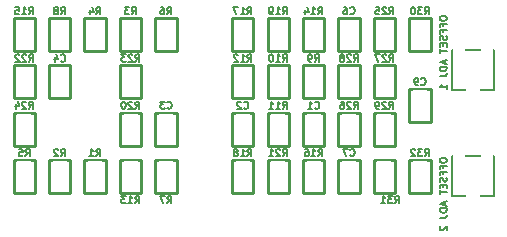
<source format=gbo>
%FSLAX34Y34*%
G04 Gerber Fmt 3.4, Leading zero omitted, Abs format*
G04 (created by PCBNEW (2014-02-02 BZR 4653)-product) date 2014-03-31 11:22:45 AM*
%MOIN*%
G01*
G70*
G90*
G04 APERTURE LIST*
%ADD10C,0.005906*%
%ADD11C,0.006000*%
%ADD12C,0.010000*%
%ADD13R,0.045000X0.032000*%
%ADD14O,0.053150X0.157480*%
%ADD15R,0.039370X0.049213*%
%ADD16R,0.047244X0.049213*%
G04 APERTURE END LIST*
G54D10*
G54D11*
X35892Y-45105D02*
X35892Y-45151D01*
X35903Y-45174D01*
X35926Y-45196D01*
X35972Y-45208D01*
X36052Y-45208D01*
X36097Y-45196D01*
X36120Y-45174D01*
X36132Y-45151D01*
X36132Y-45105D01*
X36120Y-45082D01*
X36097Y-45059D01*
X36052Y-45048D01*
X35972Y-45048D01*
X35926Y-45059D01*
X35903Y-45082D01*
X35892Y-45105D01*
X36006Y-45391D02*
X36006Y-45311D01*
X36132Y-45311D02*
X35892Y-45311D01*
X35892Y-45425D01*
X36006Y-45596D02*
X36006Y-45516D01*
X36132Y-45516D02*
X35892Y-45516D01*
X35892Y-45631D01*
X36120Y-45711D02*
X36132Y-45745D01*
X36132Y-45802D01*
X36120Y-45825D01*
X36109Y-45836D01*
X36086Y-45848D01*
X36063Y-45848D01*
X36040Y-45836D01*
X36029Y-45825D01*
X36017Y-45802D01*
X36006Y-45756D01*
X35995Y-45734D01*
X35983Y-45722D01*
X35960Y-45711D01*
X35937Y-45711D01*
X35915Y-45722D01*
X35903Y-45734D01*
X35892Y-45756D01*
X35892Y-45814D01*
X35903Y-45848D01*
X36006Y-45951D02*
X36006Y-46031D01*
X36132Y-46065D02*
X36132Y-45951D01*
X35892Y-45951D01*
X35892Y-46065D01*
X35892Y-46134D02*
X35892Y-46271D01*
X36132Y-46202D02*
X35892Y-46202D01*
X36063Y-46522D02*
X36063Y-46636D01*
X36132Y-46499D02*
X35892Y-46579D01*
X36132Y-46659D01*
X36132Y-46739D02*
X35892Y-46739D01*
X35892Y-46796D01*
X35903Y-46831D01*
X35926Y-46854D01*
X35949Y-46865D01*
X35995Y-46876D01*
X36029Y-46876D01*
X36075Y-46865D01*
X36097Y-46854D01*
X36120Y-46831D01*
X36132Y-46796D01*
X36132Y-46739D01*
X35892Y-47048D02*
X36063Y-47048D01*
X36097Y-47036D01*
X36120Y-47014D01*
X36132Y-46979D01*
X36132Y-46956D01*
X35915Y-47334D02*
X35903Y-47345D01*
X35892Y-47368D01*
X35892Y-47425D01*
X35903Y-47448D01*
X35915Y-47459D01*
X35937Y-47471D01*
X35960Y-47471D01*
X35995Y-47459D01*
X36132Y-47322D01*
X36132Y-47471D01*
X35892Y-40381D02*
X35892Y-40426D01*
X35903Y-40449D01*
X35926Y-40472D01*
X35972Y-40484D01*
X36052Y-40484D01*
X36097Y-40472D01*
X36120Y-40449D01*
X36132Y-40426D01*
X36132Y-40381D01*
X36120Y-40358D01*
X36097Y-40335D01*
X36052Y-40324D01*
X35972Y-40324D01*
X35926Y-40335D01*
X35903Y-40358D01*
X35892Y-40381D01*
X36006Y-40666D02*
X36006Y-40586D01*
X36132Y-40586D02*
X35892Y-40586D01*
X35892Y-40701D01*
X36006Y-40872D02*
X36006Y-40792D01*
X36132Y-40792D02*
X35892Y-40792D01*
X35892Y-40906D01*
X36120Y-40986D02*
X36132Y-41021D01*
X36132Y-41078D01*
X36120Y-41101D01*
X36109Y-41112D01*
X36086Y-41124D01*
X36063Y-41124D01*
X36040Y-41112D01*
X36029Y-41101D01*
X36017Y-41078D01*
X36006Y-41032D01*
X35995Y-41009D01*
X35983Y-40998D01*
X35960Y-40986D01*
X35937Y-40986D01*
X35915Y-40998D01*
X35903Y-41009D01*
X35892Y-41032D01*
X35892Y-41089D01*
X35903Y-41124D01*
X36006Y-41226D02*
X36006Y-41306D01*
X36132Y-41341D02*
X36132Y-41226D01*
X35892Y-41226D01*
X35892Y-41341D01*
X35892Y-41409D02*
X35892Y-41546D01*
X36132Y-41478D02*
X35892Y-41478D01*
X36063Y-41798D02*
X36063Y-41912D01*
X36132Y-41775D02*
X35892Y-41855D01*
X36132Y-41935D01*
X36132Y-42015D02*
X35892Y-42015D01*
X35892Y-42072D01*
X35903Y-42106D01*
X35926Y-42129D01*
X35949Y-42141D01*
X35995Y-42152D01*
X36029Y-42152D01*
X36075Y-42141D01*
X36097Y-42129D01*
X36120Y-42106D01*
X36132Y-42072D01*
X36132Y-42015D01*
X35892Y-42324D02*
X36063Y-42324D01*
X36097Y-42312D01*
X36120Y-42289D01*
X36132Y-42255D01*
X36132Y-42232D01*
X36132Y-42746D02*
X36132Y-42609D01*
X36132Y-42678D02*
X35892Y-42678D01*
X35926Y-42655D01*
X35949Y-42632D01*
X35960Y-42609D01*
G54D12*
X30157Y-43070D02*
X30157Y-41968D01*
X30157Y-41968D02*
X30866Y-41968D01*
X30866Y-41968D02*
X30866Y-43070D01*
X30866Y-43070D02*
X30157Y-43070D01*
X25236Y-44645D02*
X25236Y-43543D01*
X25236Y-43543D02*
X25944Y-43543D01*
X25944Y-43543D02*
X25944Y-44645D01*
X25944Y-44645D02*
X25236Y-44645D01*
X27125Y-43543D02*
X27125Y-44645D01*
X27125Y-44645D02*
X26417Y-44645D01*
X26417Y-44645D02*
X26417Y-43543D01*
X26417Y-43543D02*
X27125Y-43543D01*
X25236Y-43070D02*
X25236Y-41968D01*
X25236Y-41968D02*
X25944Y-41968D01*
X25944Y-41968D02*
X25944Y-43070D01*
X25944Y-43070D02*
X25236Y-43070D01*
X34409Y-45118D02*
X34409Y-46220D01*
X34409Y-46220D02*
X33700Y-46220D01*
X33700Y-46220D02*
X33700Y-45118D01*
X33700Y-45118D02*
X34409Y-45118D01*
X34409Y-43543D02*
X34409Y-44645D01*
X34409Y-44645D02*
X33700Y-44645D01*
X33700Y-44645D02*
X33700Y-43543D01*
X33700Y-43543D02*
X34409Y-43543D01*
X33700Y-41496D02*
X33700Y-40393D01*
X33700Y-40393D02*
X34409Y-40393D01*
X34409Y-40393D02*
X34409Y-41496D01*
X34409Y-41496D02*
X33700Y-41496D01*
X32519Y-41496D02*
X32519Y-40393D01*
X32519Y-40393D02*
X33228Y-40393D01*
X33228Y-40393D02*
X33228Y-41496D01*
X33228Y-41496D02*
X32519Y-41496D01*
X34409Y-41968D02*
X34409Y-43070D01*
X34409Y-43070D02*
X33700Y-43070D01*
X33700Y-43070D02*
X33700Y-41968D01*
X33700Y-41968D02*
X34409Y-41968D01*
X21692Y-46220D02*
X21692Y-45118D01*
X21692Y-45118D02*
X22401Y-45118D01*
X22401Y-45118D02*
X22401Y-46220D01*
X22401Y-46220D02*
X21692Y-46220D01*
X31338Y-43070D02*
X31338Y-41968D01*
X31338Y-41968D02*
X32047Y-41968D01*
X32047Y-41968D02*
X32047Y-43070D01*
X32047Y-43070D02*
X31338Y-43070D01*
X31338Y-41496D02*
X31338Y-40393D01*
X31338Y-40393D02*
X32047Y-40393D01*
X32047Y-40393D02*
X32047Y-41496D01*
X32047Y-41496D02*
X31338Y-41496D01*
X25236Y-46220D02*
X25236Y-45118D01*
X25236Y-45118D02*
X25944Y-45118D01*
X25944Y-45118D02*
X25944Y-46220D01*
X25944Y-46220D02*
X25236Y-46220D01*
X27125Y-45118D02*
X27125Y-46220D01*
X27125Y-46220D02*
X26417Y-46220D01*
X26417Y-46220D02*
X26417Y-45118D01*
X26417Y-45118D02*
X27125Y-45118D01*
X24055Y-46220D02*
X24055Y-45118D01*
X24055Y-45118D02*
X24763Y-45118D01*
X24763Y-45118D02*
X24763Y-46220D01*
X24763Y-46220D02*
X24055Y-46220D01*
X22874Y-46220D02*
X22874Y-45118D01*
X22874Y-45118D02*
X23582Y-45118D01*
X23582Y-45118D02*
X23582Y-46220D01*
X23582Y-46220D02*
X22874Y-46220D01*
X35590Y-42755D02*
X35590Y-43858D01*
X35590Y-43858D02*
X34881Y-43858D01*
X34881Y-43858D02*
X34881Y-42755D01*
X34881Y-42755D02*
X35590Y-42755D01*
X28976Y-44645D02*
X28976Y-43543D01*
X28976Y-43543D02*
X29685Y-43543D01*
X29685Y-43543D02*
X29685Y-44645D01*
X29685Y-44645D02*
X28976Y-44645D01*
X28976Y-41496D02*
X28976Y-40393D01*
X28976Y-40393D02*
X29685Y-40393D01*
X29685Y-40393D02*
X29685Y-41496D01*
X29685Y-41496D02*
X28976Y-41496D01*
X30866Y-45118D02*
X30866Y-46220D01*
X30866Y-46220D02*
X30157Y-46220D01*
X30157Y-46220D02*
X30157Y-45118D01*
X30157Y-45118D02*
X30866Y-45118D01*
X29685Y-45118D02*
X29685Y-46220D01*
X29685Y-46220D02*
X28976Y-46220D01*
X28976Y-46220D02*
X28976Y-45118D01*
X28976Y-45118D02*
X29685Y-45118D01*
X31338Y-46220D02*
X31338Y-45118D01*
X31338Y-45118D02*
X32047Y-45118D01*
X32047Y-45118D02*
X32047Y-46220D01*
X32047Y-46220D02*
X31338Y-46220D01*
X30866Y-43543D02*
X30866Y-44645D01*
X30866Y-44645D02*
X30157Y-44645D01*
X30157Y-44645D02*
X30157Y-43543D01*
X30157Y-43543D02*
X30866Y-43543D01*
X29685Y-41968D02*
X29685Y-43070D01*
X29685Y-43070D02*
X28976Y-43070D01*
X28976Y-43070D02*
X28976Y-41968D01*
X28976Y-41968D02*
X29685Y-41968D01*
X32519Y-43070D02*
X32519Y-41968D01*
X32519Y-41968D02*
X33228Y-41968D01*
X33228Y-41968D02*
X33228Y-43070D01*
X33228Y-43070D02*
X32519Y-43070D01*
X33228Y-45118D02*
X33228Y-46220D01*
X33228Y-46220D02*
X32519Y-46220D01*
X32519Y-46220D02*
X32519Y-45118D01*
X32519Y-45118D02*
X33228Y-45118D01*
X32519Y-44645D02*
X32519Y-43543D01*
X32519Y-43543D02*
X33228Y-43543D01*
X33228Y-43543D02*
X33228Y-44645D01*
X33228Y-44645D02*
X32519Y-44645D01*
X34881Y-41496D02*
X34881Y-40393D01*
X34881Y-40393D02*
X35590Y-40393D01*
X35590Y-40393D02*
X35590Y-41496D01*
X35590Y-41496D02*
X34881Y-41496D01*
X35590Y-45118D02*
X35590Y-46220D01*
X35590Y-46220D02*
X34881Y-46220D01*
X34881Y-46220D02*
X34881Y-45118D01*
X34881Y-45118D02*
X35590Y-45118D01*
X22401Y-43543D02*
X22401Y-44645D01*
X22401Y-44645D02*
X21692Y-44645D01*
X21692Y-44645D02*
X21692Y-43543D01*
X21692Y-43543D02*
X22401Y-43543D01*
X22874Y-43070D02*
X22874Y-41968D01*
X22874Y-41968D02*
X23582Y-41968D01*
X23582Y-41968D02*
X23582Y-43070D01*
X23582Y-43070D02*
X22874Y-43070D01*
X22401Y-41968D02*
X22401Y-43070D01*
X22401Y-43070D02*
X21692Y-43070D01*
X21692Y-43070D02*
X21692Y-41968D01*
X21692Y-41968D02*
X22401Y-41968D01*
X22401Y-40393D02*
X22401Y-41496D01*
X22401Y-41496D02*
X21692Y-41496D01*
X21692Y-41496D02*
X21692Y-40393D01*
X21692Y-40393D02*
X22401Y-40393D01*
X22874Y-41496D02*
X22874Y-40393D01*
X22874Y-40393D02*
X23582Y-40393D01*
X23582Y-40393D02*
X23582Y-41496D01*
X23582Y-41496D02*
X22874Y-41496D01*
X27125Y-40393D02*
X27125Y-41496D01*
X27125Y-41496D02*
X26417Y-41496D01*
X26417Y-41496D02*
X26417Y-40393D01*
X26417Y-40393D02*
X27125Y-40393D01*
X25236Y-41496D02*
X25236Y-40393D01*
X25236Y-40393D02*
X25944Y-40393D01*
X25944Y-40393D02*
X25944Y-41496D01*
X25944Y-41496D02*
X25236Y-41496D01*
X24055Y-41496D02*
X24055Y-40393D01*
X24055Y-40393D02*
X24763Y-40393D01*
X24763Y-40393D02*
X24763Y-41496D01*
X24763Y-41496D02*
X24055Y-41496D01*
X31338Y-44645D02*
X31338Y-43543D01*
X31338Y-43543D02*
X32047Y-43543D01*
X32047Y-43543D02*
X32047Y-44645D01*
X32047Y-44645D02*
X31338Y-44645D01*
X30157Y-41496D02*
X30157Y-40393D01*
X30157Y-40393D02*
X30866Y-40393D01*
X30866Y-40393D02*
X30866Y-41496D01*
X30866Y-41496D02*
X30157Y-41496D01*
G54D10*
X37716Y-42125D02*
X37716Y-42795D01*
X37716Y-42795D02*
X36299Y-42795D01*
X36299Y-42795D02*
X36299Y-41456D01*
X36299Y-41456D02*
X37716Y-41456D01*
X37716Y-41456D02*
X37716Y-42125D01*
X37716Y-45669D02*
X37716Y-46338D01*
X37716Y-46338D02*
X36299Y-46338D01*
X36299Y-46338D02*
X36299Y-45000D01*
X36299Y-45000D02*
X37716Y-45000D01*
X37716Y-45000D02*
X37716Y-45669D01*
G54D11*
X30666Y-41840D02*
X30746Y-41726D01*
X30803Y-41840D02*
X30803Y-41600D01*
X30711Y-41600D01*
X30688Y-41612D01*
X30677Y-41623D01*
X30666Y-41646D01*
X30666Y-41680D01*
X30677Y-41703D01*
X30688Y-41715D01*
X30711Y-41726D01*
X30803Y-41726D01*
X30437Y-41840D02*
X30574Y-41840D01*
X30506Y-41840D02*
X30506Y-41600D01*
X30528Y-41635D01*
X30551Y-41657D01*
X30574Y-41669D01*
X30288Y-41600D02*
X30266Y-41600D01*
X30243Y-41612D01*
X30231Y-41623D01*
X30220Y-41646D01*
X30208Y-41692D01*
X30208Y-41749D01*
X30220Y-41795D01*
X30231Y-41817D01*
X30243Y-41829D01*
X30266Y-41840D01*
X30288Y-41840D01*
X30311Y-41829D01*
X30323Y-41817D01*
X30334Y-41795D01*
X30346Y-41749D01*
X30346Y-41692D01*
X30334Y-41646D01*
X30323Y-41623D01*
X30311Y-41612D01*
X30288Y-41600D01*
X25744Y-43415D02*
X25824Y-43301D01*
X25881Y-43415D02*
X25881Y-43175D01*
X25790Y-43175D01*
X25767Y-43187D01*
X25756Y-43198D01*
X25744Y-43221D01*
X25744Y-43255D01*
X25756Y-43278D01*
X25767Y-43289D01*
X25790Y-43301D01*
X25881Y-43301D01*
X25653Y-43198D02*
X25641Y-43187D01*
X25619Y-43175D01*
X25561Y-43175D01*
X25539Y-43187D01*
X25527Y-43198D01*
X25516Y-43221D01*
X25516Y-43244D01*
X25527Y-43278D01*
X25664Y-43415D01*
X25516Y-43415D01*
X25367Y-43175D02*
X25344Y-43175D01*
X25321Y-43187D01*
X25310Y-43198D01*
X25299Y-43221D01*
X25287Y-43267D01*
X25287Y-43324D01*
X25299Y-43369D01*
X25310Y-43392D01*
X25321Y-43404D01*
X25344Y-43415D01*
X25367Y-43415D01*
X25390Y-43404D01*
X25401Y-43392D01*
X25413Y-43369D01*
X25424Y-43324D01*
X25424Y-43267D01*
X25413Y-43221D01*
X25401Y-43198D01*
X25390Y-43187D01*
X25367Y-43175D01*
X26811Y-43392D02*
X26823Y-43404D01*
X26857Y-43415D01*
X26880Y-43415D01*
X26914Y-43404D01*
X26937Y-43381D01*
X26948Y-43358D01*
X26960Y-43312D01*
X26960Y-43278D01*
X26948Y-43232D01*
X26937Y-43209D01*
X26914Y-43187D01*
X26880Y-43175D01*
X26857Y-43175D01*
X26823Y-43187D01*
X26811Y-43198D01*
X26731Y-43175D02*
X26583Y-43175D01*
X26663Y-43267D01*
X26628Y-43267D01*
X26605Y-43278D01*
X26594Y-43289D01*
X26583Y-43312D01*
X26583Y-43369D01*
X26594Y-43392D01*
X26605Y-43404D01*
X26628Y-43415D01*
X26697Y-43415D01*
X26720Y-43404D01*
X26731Y-43392D01*
X25744Y-41840D02*
X25824Y-41726D01*
X25881Y-41840D02*
X25881Y-41600D01*
X25790Y-41600D01*
X25767Y-41612D01*
X25756Y-41623D01*
X25744Y-41646D01*
X25744Y-41680D01*
X25756Y-41703D01*
X25767Y-41715D01*
X25790Y-41726D01*
X25881Y-41726D01*
X25653Y-41623D02*
X25641Y-41612D01*
X25619Y-41600D01*
X25561Y-41600D01*
X25539Y-41612D01*
X25527Y-41623D01*
X25516Y-41646D01*
X25516Y-41669D01*
X25527Y-41703D01*
X25664Y-41840D01*
X25516Y-41840D01*
X25436Y-41600D02*
X25287Y-41600D01*
X25367Y-41692D01*
X25333Y-41692D01*
X25310Y-41703D01*
X25299Y-41715D01*
X25287Y-41737D01*
X25287Y-41795D01*
X25299Y-41817D01*
X25310Y-41829D01*
X25333Y-41840D01*
X25401Y-41840D01*
X25424Y-41829D01*
X25436Y-41817D01*
X34406Y-46565D02*
X34486Y-46450D01*
X34543Y-46565D02*
X34543Y-46325D01*
X34451Y-46325D01*
X34429Y-46336D01*
X34417Y-46348D01*
X34406Y-46370D01*
X34406Y-46405D01*
X34417Y-46428D01*
X34429Y-46439D01*
X34451Y-46450D01*
X34543Y-46450D01*
X34326Y-46325D02*
X34177Y-46325D01*
X34257Y-46416D01*
X34223Y-46416D01*
X34200Y-46428D01*
X34189Y-46439D01*
X34177Y-46462D01*
X34177Y-46519D01*
X34189Y-46542D01*
X34200Y-46553D01*
X34223Y-46565D01*
X34291Y-46565D01*
X34314Y-46553D01*
X34326Y-46542D01*
X33949Y-46565D02*
X34086Y-46565D01*
X34017Y-46565D02*
X34017Y-46325D01*
X34040Y-46359D01*
X34063Y-46382D01*
X34086Y-46393D01*
X34209Y-43415D02*
X34289Y-43301D01*
X34346Y-43415D02*
X34346Y-43175D01*
X34255Y-43175D01*
X34232Y-43187D01*
X34220Y-43198D01*
X34209Y-43221D01*
X34209Y-43255D01*
X34220Y-43278D01*
X34232Y-43289D01*
X34255Y-43301D01*
X34346Y-43301D01*
X34117Y-43198D02*
X34106Y-43187D01*
X34083Y-43175D01*
X34026Y-43175D01*
X34003Y-43187D01*
X33992Y-43198D01*
X33980Y-43221D01*
X33980Y-43244D01*
X33992Y-43278D01*
X34129Y-43415D01*
X33980Y-43415D01*
X33866Y-43415D02*
X33820Y-43415D01*
X33797Y-43404D01*
X33786Y-43392D01*
X33763Y-43358D01*
X33752Y-43312D01*
X33752Y-43221D01*
X33763Y-43198D01*
X33775Y-43187D01*
X33797Y-43175D01*
X33843Y-43175D01*
X33866Y-43187D01*
X33877Y-43198D01*
X33889Y-43221D01*
X33889Y-43278D01*
X33877Y-43301D01*
X33866Y-43312D01*
X33843Y-43324D01*
X33797Y-43324D01*
X33775Y-43312D01*
X33763Y-43301D01*
X33752Y-43278D01*
X34209Y-40266D02*
X34289Y-40151D01*
X34346Y-40266D02*
X34346Y-40026D01*
X34255Y-40026D01*
X34232Y-40037D01*
X34220Y-40048D01*
X34209Y-40071D01*
X34209Y-40106D01*
X34220Y-40128D01*
X34232Y-40140D01*
X34255Y-40151D01*
X34346Y-40151D01*
X34117Y-40048D02*
X34106Y-40037D01*
X34083Y-40026D01*
X34026Y-40026D01*
X34003Y-40037D01*
X33992Y-40048D01*
X33980Y-40071D01*
X33980Y-40094D01*
X33992Y-40128D01*
X34129Y-40266D01*
X33980Y-40266D01*
X33763Y-40026D02*
X33877Y-40026D01*
X33889Y-40140D01*
X33877Y-40128D01*
X33855Y-40117D01*
X33797Y-40117D01*
X33775Y-40128D01*
X33763Y-40140D01*
X33752Y-40163D01*
X33752Y-40220D01*
X33763Y-40243D01*
X33775Y-40254D01*
X33797Y-40266D01*
X33855Y-40266D01*
X33877Y-40254D01*
X33889Y-40243D01*
X32914Y-40243D02*
X32925Y-40254D01*
X32959Y-40266D01*
X32982Y-40266D01*
X33016Y-40254D01*
X33039Y-40231D01*
X33051Y-40208D01*
X33062Y-40163D01*
X33062Y-40128D01*
X33051Y-40083D01*
X33039Y-40060D01*
X33016Y-40037D01*
X32982Y-40026D01*
X32959Y-40026D01*
X32925Y-40037D01*
X32914Y-40048D01*
X32708Y-40026D02*
X32754Y-40026D01*
X32776Y-40037D01*
X32788Y-40048D01*
X32811Y-40083D01*
X32822Y-40128D01*
X32822Y-40220D01*
X32811Y-40243D01*
X32799Y-40254D01*
X32776Y-40266D01*
X32731Y-40266D01*
X32708Y-40254D01*
X32696Y-40243D01*
X32685Y-40220D01*
X32685Y-40163D01*
X32696Y-40140D01*
X32708Y-40128D01*
X32731Y-40117D01*
X32776Y-40117D01*
X32799Y-40128D01*
X32811Y-40140D01*
X32822Y-40163D01*
X34209Y-41840D02*
X34289Y-41726D01*
X34346Y-41840D02*
X34346Y-41600D01*
X34255Y-41600D01*
X34232Y-41612D01*
X34220Y-41623D01*
X34209Y-41646D01*
X34209Y-41680D01*
X34220Y-41703D01*
X34232Y-41715D01*
X34255Y-41726D01*
X34346Y-41726D01*
X34117Y-41623D02*
X34106Y-41612D01*
X34083Y-41600D01*
X34026Y-41600D01*
X34003Y-41612D01*
X33992Y-41623D01*
X33980Y-41646D01*
X33980Y-41669D01*
X33992Y-41703D01*
X34129Y-41840D01*
X33980Y-41840D01*
X33900Y-41600D02*
X33740Y-41600D01*
X33843Y-41840D01*
X22087Y-44990D02*
X22167Y-44876D01*
X22224Y-44990D02*
X22224Y-44750D01*
X22132Y-44750D01*
X22110Y-44761D01*
X22098Y-44773D01*
X22087Y-44796D01*
X22087Y-44830D01*
X22098Y-44853D01*
X22110Y-44864D01*
X22132Y-44876D01*
X22224Y-44876D01*
X21870Y-44750D02*
X21984Y-44750D01*
X21995Y-44864D01*
X21984Y-44853D01*
X21961Y-44841D01*
X21904Y-44841D01*
X21881Y-44853D01*
X21870Y-44864D01*
X21858Y-44887D01*
X21858Y-44944D01*
X21870Y-44967D01*
X21881Y-44979D01*
X21904Y-44990D01*
X21961Y-44990D01*
X21984Y-44979D01*
X21995Y-44967D01*
X31732Y-41840D02*
X31812Y-41726D01*
X31870Y-41840D02*
X31870Y-41600D01*
X31778Y-41600D01*
X31755Y-41612D01*
X31744Y-41623D01*
X31732Y-41646D01*
X31732Y-41680D01*
X31744Y-41703D01*
X31755Y-41715D01*
X31778Y-41726D01*
X31870Y-41726D01*
X31618Y-41840D02*
X31572Y-41840D01*
X31550Y-41829D01*
X31538Y-41817D01*
X31515Y-41783D01*
X31504Y-41737D01*
X31504Y-41646D01*
X31515Y-41623D01*
X31527Y-41612D01*
X31550Y-41600D01*
X31595Y-41600D01*
X31618Y-41612D01*
X31630Y-41623D01*
X31641Y-41646D01*
X31641Y-41703D01*
X31630Y-41726D01*
X31618Y-41737D01*
X31595Y-41749D01*
X31550Y-41749D01*
X31527Y-41737D01*
X31515Y-41726D01*
X31504Y-41703D01*
X31847Y-40266D02*
X31927Y-40151D01*
X31984Y-40266D02*
X31984Y-40026D01*
X31892Y-40026D01*
X31870Y-40037D01*
X31858Y-40048D01*
X31847Y-40071D01*
X31847Y-40106D01*
X31858Y-40128D01*
X31870Y-40140D01*
X31892Y-40151D01*
X31984Y-40151D01*
X31618Y-40266D02*
X31755Y-40266D01*
X31687Y-40266D02*
X31687Y-40026D01*
X31710Y-40060D01*
X31732Y-40083D01*
X31755Y-40094D01*
X31412Y-40106D02*
X31412Y-40266D01*
X31470Y-40014D02*
X31527Y-40186D01*
X31378Y-40186D01*
X25744Y-46565D02*
X25824Y-46450D01*
X25881Y-46565D02*
X25881Y-46325D01*
X25790Y-46325D01*
X25767Y-46336D01*
X25756Y-46348D01*
X25744Y-46370D01*
X25744Y-46405D01*
X25756Y-46428D01*
X25767Y-46439D01*
X25790Y-46450D01*
X25881Y-46450D01*
X25516Y-46565D02*
X25653Y-46565D01*
X25584Y-46565D02*
X25584Y-46325D01*
X25607Y-46359D01*
X25630Y-46382D01*
X25653Y-46393D01*
X25436Y-46325D02*
X25287Y-46325D01*
X25367Y-46416D01*
X25333Y-46416D01*
X25310Y-46428D01*
X25299Y-46439D01*
X25287Y-46462D01*
X25287Y-46519D01*
X25299Y-46542D01*
X25310Y-46553D01*
X25333Y-46565D01*
X25401Y-46565D01*
X25424Y-46553D01*
X25436Y-46542D01*
X26811Y-46565D02*
X26891Y-46450D01*
X26948Y-46565D02*
X26948Y-46325D01*
X26857Y-46325D01*
X26834Y-46336D01*
X26823Y-46348D01*
X26811Y-46370D01*
X26811Y-46405D01*
X26823Y-46428D01*
X26834Y-46439D01*
X26857Y-46450D01*
X26948Y-46450D01*
X26731Y-46325D02*
X26571Y-46325D01*
X26674Y-46565D01*
X24449Y-44990D02*
X24529Y-44876D01*
X24586Y-44990D02*
X24586Y-44750D01*
X24495Y-44750D01*
X24472Y-44761D01*
X24460Y-44773D01*
X24449Y-44796D01*
X24449Y-44830D01*
X24460Y-44853D01*
X24472Y-44864D01*
X24495Y-44876D01*
X24586Y-44876D01*
X24220Y-44990D02*
X24358Y-44990D01*
X24289Y-44990D02*
X24289Y-44750D01*
X24312Y-44784D01*
X24335Y-44807D01*
X24358Y-44819D01*
X23268Y-44990D02*
X23348Y-44876D01*
X23405Y-44990D02*
X23405Y-44750D01*
X23314Y-44750D01*
X23291Y-44761D01*
X23279Y-44773D01*
X23268Y-44796D01*
X23268Y-44830D01*
X23279Y-44853D01*
X23291Y-44864D01*
X23314Y-44876D01*
X23405Y-44876D01*
X23176Y-44773D02*
X23165Y-44761D01*
X23142Y-44750D01*
X23085Y-44750D01*
X23062Y-44761D01*
X23051Y-44773D01*
X23039Y-44796D01*
X23039Y-44819D01*
X23051Y-44853D01*
X23188Y-44990D01*
X23039Y-44990D01*
X35276Y-42605D02*
X35287Y-42616D01*
X35321Y-42628D01*
X35344Y-42628D01*
X35379Y-42616D01*
X35401Y-42593D01*
X35413Y-42571D01*
X35424Y-42525D01*
X35424Y-42491D01*
X35413Y-42445D01*
X35401Y-42422D01*
X35379Y-42399D01*
X35344Y-42388D01*
X35321Y-42388D01*
X35287Y-42399D01*
X35276Y-42411D01*
X35161Y-42628D02*
X35116Y-42628D01*
X35093Y-42616D01*
X35081Y-42605D01*
X35059Y-42571D01*
X35047Y-42525D01*
X35047Y-42433D01*
X35059Y-42411D01*
X35070Y-42399D01*
X35093Y-42388D01*
X35139Y-42388D01*
X35161Y-42399D01*
X35173Y-42411D01*
X35184Y-42433D01*
X35184Y-42491D01*
X35173Y-42513D01*
X35161Y-42525D01*
X35139Y-42536D01*
X35093Y-42536D01*
X35070Y-42525D01*
X35059Y-42513D01*
X35047Y-42491D01*
X29370Y-43392D02*
X29382Y-43404D01*
X29416Y-43415D01*
X29439Y-43415D01*
X29473Y-43404D01*
X29496Y-43381D01*
X29507Y-43358D01*
X29519Y-43312D01*
X29519Y-43278D01*
X29507Y-43232D01*
X29496Y-43209D01*
X29473Y-43187D01*
X29439Y-43175D01*
X29416Y-43175D01*
X29382Y-43187D01*
X29370Y-43198D01*
X29279Y-43198D02*
X29267Y-43187D01*
X29244Y-43175D01*
X29187Y-43175D01*
X29164Y-43187D01*
X29153Y-43198D01*
X29142Y-43221D01*
X29142Y-43244D01*
X29153Y-43278D01*
X29290Y-43415D01*
X29142Y-43415D01*
X29484Y-40266D02*
X29564Y-40151D01*
X29622Y-40266D02*
X29622Y-40026D01*
X29530Y-40026D01*
X29507Y-40037D01*
X29496Y-40048D01*
X29484Y-40071D01*
X29484Y-40106D01*
X29496Y-40128D01*
X29507Y-40140D01*
X29530Y-40151D01*
X29622Y-40151D01*
X29256Y-40266D02*
X29393Y-40266D01*
X29324Y-40266D02*
X29324Y-40026D01*
X29347Y-40060D01*
X29370Y-40083D01*
X29393Y-40094D01*
X29176Y-40026D02*
X29016Y-40026D01*
X29119Y-40266D01*
X30666Y-44990D02*
X30746Y-44876D01*
X30803Y-44990D02*
X30803Y-44750D01*
X30711Y-44750D01*
X30688Y-44761D01*
X30677Y-44773D01*
X30666Y-44796D01*
X30666Y-44830D01*
X30677Y-44853D01*
X30688Y-44864D01*
X30711Y-44876D01*
X30803Y-44876D01*
X30574Y-44773D02*
X30563Y-44761D01*
X30540Y-44750D01*
X30483Y-44750D01*
X30460Y-44761D01*
X30448Y-44773D01*
X30437Y-44796D01*
X30437Y-44819D01*
X30448Y-44853D01*
X30586Y-44990D01*
X30437Y-44990D01*
X30208Y-44990D02*
X30346Y-44990D01*
X30277Y-44990D02*
X30277Y-44750D01*
X30300Y-44784D01*
X30323Y-44807D01*
X30346Y-44819D01*
X29484Y-44990D02*
X29564Y-44876D01*
X29622Y-44990D02*
X29622Y-44750D01*
X29530Y-44750D01*
X29507Y-44761D01*
X29496Y-44773D01*
X29484Y-44796D01*
X29484Y-44830D01*
X29496Y-44853D01*
X29507Y-44864D01*
X29530Y-44876D01*
X29622Y-44876D01*
X29256Y-44990D02*
X29393Y-44990D01*
X29324Y-44990D02*
X29324Y-44750D01*
X29347Y-44784D01*
X29370Y-44807D01*
X29393Y-44819D01*
X29119Y-44853D02*
X29142Y-44841D01*
X29153Y-44830D01*
X29164Y-44807D01*
X29164Y-44796D01*
X29153Y-44773D01*
X29142Y-44761D01*
X29119Y-44750D01*
X29073Y-44750D01*
X29050Y-44761D01*
X29039Y-44773D01*
X29027Y-44796D01*
X29027Y-44807D01*
X29039Y-44830D01*
X29050Y-44841D01*
X29073Y-44853D01*
X29119Y-44853D01*
X29142Y-44864D01*
X29153Y-44876D01*
X29164Y-44899D01*
X29164Y-44944D01*
X29153Y-44967D01*
X29142Y-44979D01*
X29119Y-44990D01*
X29073Y-44990D01*
X29050Y-44979D01*
X29039Y-44967D01*
X29027Y-44944D01*
X29027Y-44899D01*
X29039Y-44876D01*
X29050Y-44864D01*
X29073Y-44853D01*
X31847Y-44990D02*
X31927Y-44876D01*
X31984Y-44990D02*
X31984Y-44750D01*
X31892Y-44750D01*
X31870Y-44761D01*
X31858Y-44773D01*
X31847Y-44796D01*
X31847Y-44830D01*
X31858Y-44853D01*
X31870Y-44864D01*
X31892Y-44876D01*
X31984Y-44876D01*
X31618Y-44990D02*
X31755Y-44990D01*
X31687Y-44990D02*
X31687Y-44750D01*
X31710Y-44784D01*
X31732Y-44807D01*
X31755Y-44819D01*
X31412Y-44750D02*
X31458Y-44750D01*
X31481Y-44761D01*
X31492Y-44773D01*
X31515Y-44807D01*
X31527Y-44853D01*
X31527Y-44944D01*
X31515Y-44967D01*
X31504Y-44979D01*
X31481Y-44990D01*
X31435Y-44990D01*
X31412Y-44979D01*
X31401Y-44967D01*
X31390Y-44944D01*
X31390Y-44887D01*
X31401Y-44864D01*
X31412Y-44853D01*
X31435Y-44841D01*
X31481Y-44841D01*
X31504Y-44853D01*
X31515Y-44864D01*
X31527Y-44887D01*
X30666Y-43415D02*
X30746Y-43301D01*
X30803Y-43415D02*
X30803Y-43175D01*
X30711Y-43175D01*
X30688Y-43187D01*
X30677Y-43198D01*
X30666Y-43221D01*
X30666Y-43255D01*
X30677Y-43278D01*
X30688Y-43289D01*
X30711Y-43301D01*
X30803Y-43301D01*
X30437Y-43415D02*
X30574Y-43415D01*
X30506Y-43415D02*
X30506Y-43175D01*
X30528Y-43209D01*
X30551Y-43232D01*
X30574Y-43244D01*
X30208Y-43415D02*
X30346Y-43415D01*
X30277Y-43415D02*
X30277Y-43175D01*
X30300Y-43209D01*
X30323Y-43232D01*
X30346Y-43244D01*
X29484Y-41840D02*
X29564Y-41726D01*
X29622Y-41840D02*
X29622Y-41600D01*
X29530Y-41600D01*
X29507Y-41612D01*
X29496Y-41623D01*
X29484Y-41646D01*
X29484Y-41680D01*
X29496Y-41703D01*
X29507Y-41715D01*
X29530Y-41726D01*
X29622Y-41726D01*
X29256Y-41840D02*
X29393Y-41840D01*
X29324Y-41840D02*
X29324Y-41600D01*
X29347Y-41635D01*
X29370Y-41657D01*
X29393Y-41669D01*
X29164Y-41623D02*
X29153Y-41612D01*
X29130Y-41600D01*
X29073Y-41600D01*
X29050Y-41612D01*
X29039Y-41623D01*
X29027Y-41646D01*
X29027Y-41669D01*
X29039Y-41703D01*
X29176Y-41840D01*
X29027Y-41840D01*
X33028Y-41840D02*
X33108Y-41726D01*
X33165Y-41840D02*
X33165Y-41600D01*
X33074Y-41600D01*
X33051Y-41612D01*
X33039Y-41623D01*
X33028Y-41646D01*
X33028Y-41680D01*
X33039Y-41703D01*
X33051Y-41715D01*
X33074Y-41726D01*
X33165Y-41726D01*
X32936Y-41623D02*
X32925Y-41612D01*
X32902Y-41600D01*
X32845Y-41600D01*
X32822Y-41612D01*
X32811Y-41623D01*
X32799Y-41646D01*
X32799Y-41669D01*
X32811Y-41703D01*
X32948Y-41840D01*
X32799Y-41840D01*
X32662Y-41703D02*
X32685Y-41692D01*
X32696Y-41680D01*
X32708Y-41657D01*
X32708Y-41646D01*
X32696Y-41623D01*
X32685Y-41612D01*
X32662Y-41600D01*
X32616Y-41600D01*
X32594Y-41612D01*
X32582Y-41623D01*
X32571Y-41646D01*
X32571Y-41657D01*
X32582Y-41680D01*
X32594Y-41692D01*
X32616Y-41703D01*
X32662Y-41703D01*
X32685Y-41715D01*
X32696Y-41726D01*
X32708Y-41749D01*
X32708Y-41795D01*
X32696Y-41817D01*
X32685Y-41829D01*
X32662Y-41840D01*
X32616Y-41840D01*
X32594Y-41829D01*
X32582Y-41817D01*
X32571Y-41795D01*
X32571Y-41749D01*
X32582Y-41726D01*
X32594Y-41715D01*
X32616Y-41703D01*
X32914Y-44967D02*
X32925Y-44979D01*
X32959Y-44990D01*
X32982Y-44990D01*
X33016Y-44979D01*
X33039Y-44956D01*
X33051Y-44933D01*
X33062Y-44887D01*
X33062Y-44853D01*
X33051Y-44807D01*
X33039Y-44784D01*
X33016Y-44761D01*
X32982Y-44750D01*
X32959Y-44750D01*
X32925Y-44761D01*
X32914Y-44773D01*
X32834Y-44750D02*
X32674Y-44750D01*
X32776Y-44990D01*
X33028Y-43415D02*
X33108Y-43301D01*
X33165Y-43415D02*
X33165Y-43175D01*
X33074Y-43175D01*
X33051Y-43187D01*
X33039Y-43198D01*
X33028Y-43221D01*
X33028Y-43255D01*
X33039Y-43278D01*
X33051Y-43289D01*
X33074Y-43301D01*
X33165Y-43301D01*
X32936Y-43198D02*
X32925Y-43187D01*
X32902Y-43175D01*
X32845Y-43175D01*
X32822Y-43187D01*
X32811Y-43198D01*
X32799Y-43221D01*
X32799Y-43244D01*
X32811Y-43278D01*
X32948Y-43415D01*
X32799Y-43415D01*
X32594Y-43175D02*
X32639Y-43175D01*
X32662Y-43187D01*
X32674Y-43198D01*
X32696Y-43232D01*
X32708Y-43278D01*
X32708Y-43369D01*
X32696Y-43392D01*
X32685Y-43404D01*
X32662Y-43415D01*
X32616Y-43415D01*
X32594Y-43404D01*
X32582Y-43392D01*
X32571Y-43369D01*
X32571Y-43312D01*
X32582Y-43289D01*
X32594Y-43278D01*
X32616Y-43267D01*
X32662Y-43267D01*
X32685Y-43278D01*
X32696Y-43289D01*
X32708Y-43312D01*
X35390Y-40266D02*
X35470Y-40151D01*
X35527Y-40266D02*
X35527Y-40026D01*
X35436Y-40026D01*
X35413Y-40037D01*
X35401Y-40048D01*
X35390Y-40071D01*
X35390Y-40106D01*
X35401Y-40128D01*
X35413Y-40140D01*
X35436Y-40151D01*
X35527Y-40151D01*
X35310Y-40026D02*
X35161Y-40026D01*
X35241Y-40117D01*
X35207Y-40117D01*
X35184Y-40128D01*
X35173Y-40140D01*
X35161Y-40163D01*
X35161Y-40220D01*
X35173Y-40243D01*
X35184Y-40254D01*
X35207Y-40266D01*
X35276Y-40266D01*
X35299Y-40254D01*
X35310Y-40243D01*
X35013Y-40026D02*
X34990Y-40026D01*
X34967Y-40037D01*
X34956Y-40048D01*
X34944Y-40071D01*
X34933Y-40117D01*
X34933Y-40174D01*
X34944Y-40220D01*
X34956Y-40243D01*
X34967Y-40254D01*
X34990Y-40266D01*
X35013Y-40266D01*
X35036Y-40254D01*
X35047Y-40243D01*
X35059Y-40220D01*
X35070Y-40174D01*
X35070Y-40117D01*
X35059Y-40071D01*
X35047Y-40048D01*
X35036Y-40037D01*
X35013Y-40026D01*
X35390Y-44990D02*
X35470Y-44876D01*
X35527Y-44990D02*
X35527Y-44750D01*
X35436Y-44750D01*
X35413Y-44761D01*
X35401Y-44773D01*
X35390Y-44796D01*
X35390Y-44830D01*
X35401Y-44853D01*
X35413Y-44864D01*
X35436Y-44876D01*
X35527Y-44876D01*
X35310Y-44750D02*
X35161Y-44750D01*
X35241Y-44841D01*
X35207Y-44841D01*
X35184Y-44853D01*
X35173Y-44864D01*
X35161Y-44887D01*
X35161Y-44944D01*
X35173Y-44967D01*
X35184Y-44979D01*
X35207Y-44990D01*
X35276Y-44990D01*
X35299Y-44979D01*
X35310Y-44967D01*
X35070Y-44773D02*
X35059Y-44761D01*
X35036Y-44750D01*
X34979Y-44750D01*
X34956Y-44761D01*
X34944Y-44773D01*
X34933Y-44796D01*
X34933Y-44819D01*
X34944Y-44853D01*
X35081Y-44990D01*
X34933Y-44990D01*
X22201Y-43415D02*
X22281Y-43301D01*
X22338Y-43415D02*
X22338Y-43175D01*
X22247Y-43175D01*
X22224Y-43187D01*
X22212Y-43198D01*
X22201Y-43221D01*
X22201Y-43255D01*
X22212Y-43278D01*
X22224Y-43289D01*
X22247Y-43301D01*
X22338Y-43301D01*
X22110Y-43198D02*
X22098Y-43187D01*
X22075Y-43175D01*
X22018Y-43175D01*
X21995Y-43187D01*
X21984Y-43198D01*
X21972Y-43221D01*
X21972Y-43244D01*
X21984Y-43278D01*
X22121Y-43415D01*
X21972Y-43415D01*
X21767Y-43255D02*
X21767Y-43415D01*
X21824Y-43164D02*
X21881Y-43335D01*
X21732Y-43335D01*
X23268Y-41817D02*
X23279Y-41829D01*
X23314Y-41840D01*
X23336Y-41840D01*
X23371Y-41829D01*
X23394Y-41806D01*
X23405Y-41783D01*
X23416Y-41737D01*
X23416Y-41703D01*
X23405Y-41657D01*
X23394Y-41635D01*
X23371Y-41612D01*
X23336Y-41600D01*
X23314Y-41600D01*
X23279Y-41612D01*
X23268Y-41623D01*
X23062Y-41680D02*
X23062Y-41840D01*
X23119Y-41589D02*
X23176Y-41760D01*
X23028Y-41760D01*
X22201Y-41840D02*
X22281Y-41726D01*
X22338Y-41840D02*
X22338Y-41600D01*
X22247Y-41600D01*
X22224Y-41612D01*
X22212Y-41623D01*
X22201Y-41646D01*
X22201Y-41680D01*
X22212Y-41703D01*
X22224Y-41715D01*
X22247Y-41726D01*
X22338Y-41726D01*
X22110Y-41623D02*
X22098Y-41612D01*
X22075Y-41600D01*
X22018Y-41600D01*
X21995Y-41612D01*
X21984Y-41623D01*
X21972Y-41646D01*
X21972Y-41669D01*
X21984Y-41703D01*
X22121Y-41840D01*
X21972Y-41840D01*
X21881Y-41623D02*
X21870Y-41612D01*
X21847Y-41600D01*
X21790Y-41600D01*
X21767Y-41612D01*
X21755Y-41623D01*
X21744Y-41646D01*
X21744Y-41669D01*
X21755Y-41703D01*
X21892Y-41840D01*
X21744Y-41840D01*
X22201Y-40266D02*
X22281Y-40151D01*
X22338Y-40266D02*
X22338Y-40026D01*
X22247Y-40026D01*
X22224Y-40037D01*
X22212Y-40048D01*
X22201Y-40071D01*
X22201Y-40106D01*
X22212Y-40128D01*
X22224Y-40140D01*
X22247Y-40151D01*
X22338Y-40151D01*
X21972Y-40266D02*
X22110Y-40266D01*
X22041Y-40266D02*
X22041Y-40026D01*
X22064Y-40060D01*
X22087Y-40083D01*
X22110Y-40094D01*
X21755Y-40026D02*
X21870Y-40026D01*
X21881Y-40140D01*
X21870Y-40128D01*
X21847Y-40117D01*
X21790Y-40117D01*
X21767Y-40128D01*
X21755Y-40140D01*
X21744Y-40163D01*
X21744Y-40220D01*
X21755Y-40243D01*
X21767Y-40254D01*
X21790Y-40266D01*
X21847Y-40266D01*
X21870Y-40254D01*
X21881Y-40243D01*
X23268Y-40266D02*
X23348Y-40151D01*
X23405Y-40266D02*
X23405Y-40026D01*
X23314Y-40026D01*
X23291Y-40037D01*
X23279Y-40048D01*
X23268Y-40071D01*
X23268Y-40106D01*
X23279Y-40128D01*
X23291Y-40140D01*
X23314Y-40151D01*
X23405Y-40151D01*
X23131Y-40128D02*
X23154Y-40117D01*
X23165Y-40106D01*
X23176Y-40083D01*
X23176Y-40071D01*
X23165Y-40048D01*
X23154Y-40037D01*
X23131Y-40026D01*
X23085Y-40026D01*
X23062Y-40037D01*
X23051Y-40048D01*
X23039Y-40071D01*
X23039Y-40083D01*
X23051Y-40106D01*
X23062Y-40117D01*
X23085Y-40128D01*
X23131Y-40128D01*
X23154Y-40140D01*
X23165Y-40151D01*
X23176Y-40174D01*
X23176Y-40220D01*
X23165Y-40243D01*
X23154Y-40254D01*
X23131Y-40266D01*
X23085Y-40266D01*
X23062Y-40254D01*
X23051Y-40243D01*
X23039Y-40220D01*
X23039Y-40174D01*
X23051Y-40151D01*
X23062Y-40140D01*
X23085Y-40128D01*
X26811Y-40266D02*
X26891Y-40151D01*
X26948Y-40266D02*
X26948Y-40026D01*
X26857Y-40026D01*
X26834Y-40037D01*
X26823Y-40048D01*
X26811Y-40071D01*
X26811Y-40106D01*
X26823Y-40128D01*
X26834Y-40140D01*
X26857Y-40151D01*
X26948Y-40151D01*
X26605Y-40026D02*
X26651Y-40026D01*
X26674Y-40037D01*
X26685Y-40048D01*
X26708Y-40083D01*
X26720Y-40128D01*
X26720Y-40220D01*
X26708Y-40243D01*
X26697Y-40254D01*
X26674Y-40266D01*
X26628Y-40266D01*
X26605Y-40254D01*
X26594Y-40243D01*
X26583Y-40220D01*
X26583Y-40163D01*
X26594Y-40140D01*
X26605Y-40128D01*
X26628Y-40117D01*
X26674Y-40117D01*
X26697Y-40128D01*
X26708Y-40140D01*
X26720Y-40163D01*
X25630Y-40266D02*
X25710Y-40151D01*
X25767Y-40266D02*
X25767Y-40026D01*
X25676Y-40026D01*
X25653Y-40037D01*
X25641Y-40048D01*
X25630Y-40071D01*
X25630Y-40106D01*
X25641Y-40128D01*
X25653Y-40140D01*
X25676Y-40151D01*
X25767Y-40151D01*
X25550Y-40026D02*
X25401Y-40026D01*
X25481Y-40117D01*
X25447Y-40117D01*
X25424Y-40128D01*
X25413Y-40140D01*
X25401Y-40163D01*
X25401Y-40220D01*
X25413Y-40243D01*
X25424Y-40254D01*
X25447Y-40266D01*
X25516Y-40266D01*
X25539Y-40254D01*
X25550Y-40243D01*
X24449Y-40266D02*
X24529Y-40151D01*
X24586Y-40266D02*
X24586Y-40026D01*
X24495Y-40026D01*
X24472Y-40037D01*
X24460Y-40048D01*
X24449Y-40071D01*
X24449Y-40106D01*
X24460Y-40128D01*
X24472Y-40140D01*
X24495Y-40151D01*
X24586Y-40151D01*
X24243Y-40106D02*
X24243Y-40266D01*
X24300Y-40014D02*
X24358Y-40186D01*
X24209Y-40186D01*
X31732Y-43392D02*
X31744Y-43404D01*
X31778Y-43415D01*
X31801Y-43415D01*
X31835Y-43404D01*
X31858Y-43381D01*
X31870Y-43358D01*
X31881Y-43312D01*
X31881Y-43278D01*
X31870Y-43232D01*
X31858Y-43209D01*
X31835Y-43187D01*
X31801Y-43175D01*
X31778Y-43175D01*
X31744Y-43187D01*
X31732Y-43198D01*
X31504Y-43415D02*
X31641Y-43415D01*
X31572Y-43415D02*
X31572Y-43175D01*
X31595Y-43209D01*
X31618Y-43232D01*
X31641Y-43244D01*
X30666Y-40266D02*
X30746Y-40151D01*
X30803Y-40266D02*
X30803Y-40026D01*
X30711Y-40026D01*
X30688Y-40037D01*
X30677Y-40048D01*
X30666Y-40071D01*
X30666Y-40106D01*
X30677Y-40128D01*
X30688Y-40140D01*
X30711Y-40151D01*
X30803Y-40151D01*
X30437Y-40266D02*
X30574Y-40266D01*
X30506Y-40266D02*
X30506Y-40026D01*
X30528Y-40060D01*
X30551Y-40083D01*
X30574Y-40094D01*
X30323Y-40266D02*
X30277Y-40266D01*
X30254Y-40254D01*
X30243Y-40243D01*
X30220Y-40208D01*
X30208Y-40163D01*
X30208Y-40071D01*
X30220Y-40048D01*
X30231Y-40037D01*
X30254Y-40026D01*
X30300Y-40026D01*
X30323Y-40037D01*
X30334Y-40048D01*
X30346Y-40071D01*
X30346Y-40128D01*
X30334Y-40151D01*
X30323Y-40163D01*
X30300Y-40174D01*
X30254Y-40174D01*
X30231Y-40163D01*
X30220Y-40151D01*
X30208Y-40128D01*
%LPC*%
G54D13*
X30511Y-42854D03*
X30511Y-42184D03*
X25590Y-44429D03*
X25590Y-43759D03*
X26771Y-43759D03*
X26771Y-44429D03*
X25590Y-42854D03*
X25590Y-42184D03*
X34055Y-45334D03*
X34055Y-46004D03*
X34055Y-43759D03*
X34055Y-44429D03*
X34055Y-41279D03*
X34055Y-40609D03*
X32874Y-41279D03*
X32874Y-40609D03*
X34055Y-42184D03*
X34055Y-42854D03*
X22047Y-46004D03*
X22047Y-45334D03*
X31692Y-42854D03*
X31692Y-42184D03*
X31692Y-41279D03*
X31692Y-40609D03*
X25590Y-46004D03*
X25590Y-45334D03*
X26771Y-45334D03*
X26771Y-46004D03*
X24409Y-46004D03*
X24409Y-45334D03*
X23228Y-46004D03*
X23228Y-45334D03*
X35236Y-42972D03*
X35236Y-43642D03*
X29330Y-44429D03*
X29330Y-43759D03*
X29330Y-41279D03*
X29330Y-40609D03*
X30511Y-45334D03*
X30511Y-46004D03*
X29330Y-45334D03*
X29330Y-46004D03*
X31692Y-46004D03*
X31692Y-45334D03*
X30511Y-43759D03*
X30511Y-44429D03*
X29330Y-42184D03*
X29330Y-42854D03*
X32874Y-42854D03*
X32874Y-42184D03*
X32874Y-45334D03*
X32874Y-46004D03*
X32874Y-44429D03*
X32874Y-43759D03*
X35236Y-41279D03*
X35236Y-40609D03*
X35236Y-45334D03*
X35236Y-46004D03*
X22047Y-43759D03*
X22047Y-44429D03*
X23228Y-42854D03*
X23228Y-42184D03*
X22047Y-42184D03*
X22047Y-42854D03*
X22047Y-40609D03*
X22047Y-41279D03*
X23228Y-41279D03*
X23228Y-40609D03*
X26771Y-40609D03*
X26771Y-41279D03*
X25590Y-41279D03*
X25590Y-40609D03*
X24409Y-41279D03*
X24409Y-40609D03*
X31692Y-44429D03*
X31692Y-43759D03*
X30511Y-41279D03*
X30511Y-40609D03*
G54D14*
X34921Y-47519D03*
X33921Y-47519D03*
X32921Y-47519D03*
X31921Y-47519D03*
X30921Y-47519D03*
X29921Y-47519D03*
X28921Y-47519D03*
X27921Y-47519D03*
X26921Y-47519D03*
X25921Y-47519D03*
X24921Y-47519D03*
X23921Y-47519D03*
G54D15*
X37460Y-41397D03*
X36555Y-41397D03*
G54D16*
X37007Y-42854D03*
G54D15*
X37460Y-44940D03*
X36555Y-44940D03*
G54D16*
X37007Y-46397D03*
M02*

</source>
